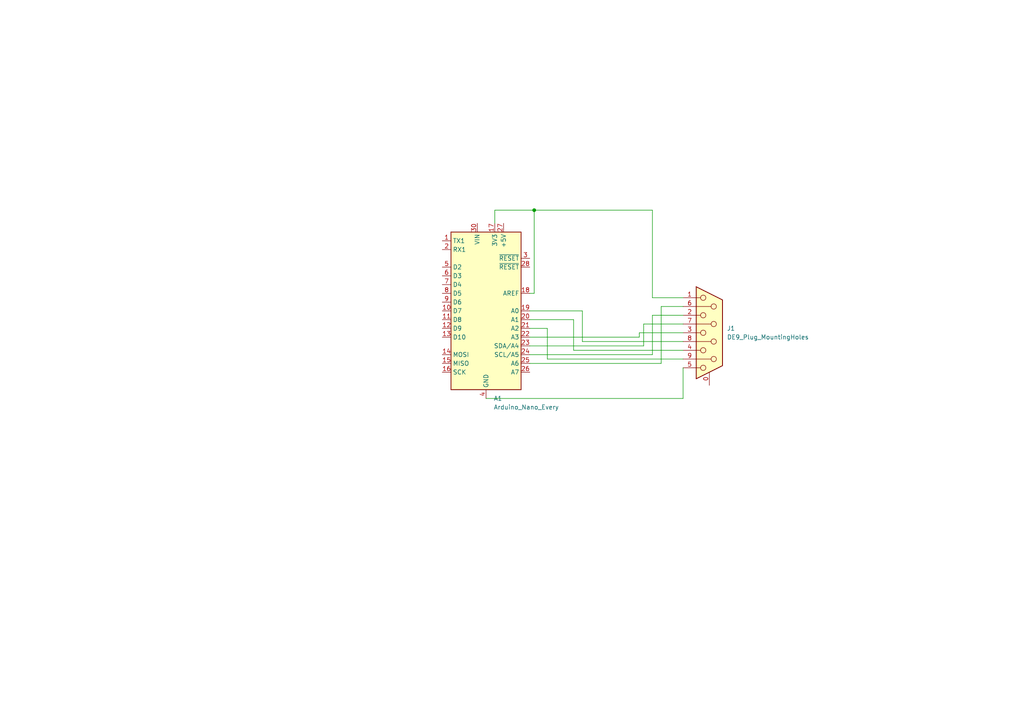
<source format=kicad_sch>
(kicad_sch (version 20231120) (generator "eeschema") (generator_version "8.0")
  (paper "A4")
  (lib_symbols
    (symbol "Connector:DE9_Receptacle_MountingHoles" (pin_names (offset 1.016) hide)
      (property "Reference" "J" (at 0 16.51 0))
      (property "Value" "DE9_Receptacle_MountingHoles" (at 0 14.605 0))
      (symbol "DE9_Receptacle_MountingHoles_0_1"
        (circle (center -1.778 -10.16) (radius 0.762))
        (circle (center -1.778 -5.08) (radius 0.762))
        (circle (center -1.778 0) (radius 0.762))
        (circle (center -1.778 5.08) (radius 0.762))
        (circle (center -1.778 10.16) (radius 0.762))
        (polyline (pts (xy -3.81 -10.16) (xy -2.54 -10.16)))
        (polyline (pts (xy -3.81 -7.62) (xy 0.508 -7.62)))
        (polyline (pts (xy -3.81 -5.08) (xy -2.54 -5.08)))
        (polyline (pts (xy -3.81 -2.54) (xy 0.508 -2.54)))
        (polyline (pts (xy -3.81 0) (xy -2.54 0)))
        (polyline (pts (xy -3.81 2.54) (xy 0.508 2.54)))
        (polyline (pts (xy -3.81 5.08) (xy -2.54 5.08)))
        (polyline (pts (xy -3.81 7.62) (xy 0.508 7.62)))
        (polyline (pts (xy -3.81 10.16) (xy -2.54 10.16)))
        (polyline (pts (xy -3.81 13.335) (xy -3.81 -13.335) (xy 3.81 -9.525) (xy 3.81 9.525) (xy -3.81 13.335)) (stroke (width 0.254)) (fill (type background)))
        (circle (center 1.27 -7.62) (radius 0.762))
        (circle (center 1.27 -2.54) (radius 0.762))
        (circle (center 1.27 2.54) (radius 0.762))
        (circle (center 1.27 7.62) (radius 0.762))
      )
      (symbol "DE9_Receptacle_MountingHoles_1_1"
        (pin passive line (at 0 -15.24 90) (length 3.81) (name "PAD") (number "0"))
        (pin passive line (at -7.62 10.16 0) (length 3.81) (name "1") (number "1"))
        (pin passive line (at -7.62 5.08 0) (length 3.81) (name "2") (number "2"))
        (pin passive line (at -7.62 0 0) (length 3.81) (name "3") (number "3"))
        (pin passive line (at -7.62 -5.08 0) (length 3.81) (name "4") (number "4"))
        (pin passive line (at -7.62 -10.16 0) (length 3.81) (name "5") (number "5"))
        (pin passive line (at -7.62 7.62 0) (length 3.81) (name "6") (number "6"))
        (pin passive line (at -7.62 2.54 0) (length 3.81) (name "7") (number "7"))
        (pin passive line (at -7.62 -2.54 0) (length 3.81) (name "8") (number "8"))
        (pin passive line (at -7.62 -7.62 0) (length 3.81) (name "9") (number "9"))
      )
    )
    (symbol "MCU_Module:Arduino_Nano_Every"
      (property "Reference" "A" (at -10.16 23.495 0))
      (property "Value" "Arduino_Nano_Every" (at 5.08 -24.13 0))
      (symbol "Arduino_Nano_Every_0_1"
        (rectangle (start -10.16 22.86) (end 10.16 -22.86) (stroke (width 0.254)) (fill (type background)))
      )
      (symbol "Arduino_Nano_Every_1_1"
        (pin bidirectional line (at -12.7 20.32 0) (length 2.54) (name "TX1") (number "1"))
        (pin bidirectional line (at -12.7 0 0) (length 2.54) (name "D7") (number "10"))
        (pin bidirectional line (at -12.7 -2.54 0) (length 2.54) (name "D8") (number "11"))
        (pin bidirectional line (at -12.7 -5.08 0) (length 2.54) (name "D9") (number "12"))
        (pin bidirectional line (at -12.7 -7.62 0) (length 2.54) (name "D10") (number "13"))
        (pin bidirectional line (at -12.7 -12.7 0) (length 2.54) (name "MOSI") (number "14"))
        (pin bidirectional line (at -12.7 -15.24 0) (length 2.54) (name "MISO") (number "15"))
        (pin bidirectional line (at -12.7 -17.78 0) (length 2.54) (name "SCK") (number "16"))
        (pin power_out line (at 2.54 25.4 270) (length 2.54) (name "3V3") (number "17"))
        (pin input line (at 12.7 5.08 180) (length 2.54) (name "AREF") (number "18"))
        (pin bidirectional line (at 12.7 0 180) (length 2.54) (name "A0") (number "19"))
        (pin bidirectional line (at -12.7 17.78 0) (length 2.54) (name "RX1") (number "2"))
        (pin bidirectional line (at 12.7 -2.54 180) (length 2.54) (name "A1") (number "20"))
        (pin bidirectional line (at 12.7 -5.08 180) (length 2.54) (name "A2") (number "21"))
        (pin bidirectional line (at 12.7 -7.62 180) (length 2.54) (name "A3") (number "22"))
        (pin bidirectional line (at 12.7 -10.16 180) (length 2.54) (name "SDA/A4") (number "23"))
        (pin bidirectional line (at 12.7 -12.7 180) (length 2.54) (name "SCL/A5") (number "24"))
        (pin bidirectional line (at 12.7 -15.24 180) (length 2.54) (name "A6") (number "25"))
        (pin bidirectional line (at 12.7 -17.78 180) (length 2.54) (name "A7") (number "26"))
        (pin power_out line (at 5.08 25.4 270) (length 2.54) (name "+5V") (number "27"))
        (pin input line (at 12.7 12.7 180) (length 2.54) (name "~{RESET}") (number "28"))
        (pin passive line (at 0 -25.4 90) (length 2.54) hide (name "GND") (number "29"))
        (pin input line (at 12.7 15.24 180) (length 2.54) (name "~{RESET}") (number "3"))
        (pin power_in line (at -2.54 25.4 270) (length 2.54) (name "VIN") (number "30"))
        (pin power_in line (at 0 -25.4 90) (length 2.54) (name "GND") (number "4"))
        (pin bidirectional line (at -12.7 12.7 0) (length 2.54) (name "D2") (number "5"))
        (pin bidirectional line (at -12.7 10.16 0) (length 2.54) (name "D3") (number "6"))
        (pin bidirectional line (at -12.7 7.62 0) (length 2.54) (name "D4") (number "7"))
        (pin bidirectional line (at -12.7 5.08 0) (length 2.54) (name "D5") (number "8"))
        (pin bidirectional line (at -12.7 2.54 0) (length 2.54) (name "D6") (number "9"))
      )
    )
  )
  (junction (at 154.94 60.96))
  (wire (pts (xy 185.42 97.79) (xy 153.67 97.79)))
  (wire (pts (xy 189.23 60.96) (xy 154.94 60.96)))
  (wire (pts (xy 191.77 88.9) (xy 191.77 105.41)))
  (wire (pts (xy 198.12 99.06) (xy 168.91 99.06)))
  (wire (pts (xy 198.12 91.44) (xy 189.23 91.44)))
  (wire (pts (xy 168.91 90.17) (xy 168.91 99.06)))
  (wire (pts (xy 198.12 96.52) (xy 185.42 96.52)))
  (wire (pts (xy 143.51 60.96) (xy 154.94 60.96)))
  (wire (pts (xy 198.12 88.9) (xy 191.77 88.9)))
  (wire (pts (xy 189.23 91.44) (xy 189.23 102.87)))
  (wire (pts (xy 198.12 104.14) (xy 158.75 104.14)))
  (wire (pts (xy 154.94 60.96) (xy 154.94 85.09)))
  (wire (pts (xy 198.12 93.98) (xy 186.69 93.98)))
  (wire (pts (xy 191.77 105.41) (xy 153.67 105.41)))
  (wire (pts (xy 189.23 60.96) (xy 189.23 86.36)))
  (wire (pts (xy 166.37 101.6) (xy 166.37 92.71)))
  (wire (pts (xy 198.12 115.57) (xy 198.12 106.68)))
  (wire (pts (xy 153.67 90.17) (xy 168.91 90.17)))
  (wire (pts (xy 198.12 101.6) (xy 166.37 101.6)))
  (wire (pts (xy 186.69 100.33) (xy 153.67 100.33)))
  (wire (pts (xy 189.23 86.36) (xy 198.12 86.36)))
  (wire (pts (xy 166.37 92.71) (xy 153.67 92.71)))
  (wire (pts (xy 143.51 60.96) (xy 143.51 64.77)))
  (wire (pts (xy 158.75 104.14) (xy 158.75 95.25)))
  (wire (pts (xy 140.97 115.57) (xy 198.12 115.57)))
  (wire (pts (xy 186.69 93.98) (xy 186.69 100.33)))
  (wire (pts (xy 158.75 95.25) (xy 153.67 95.25)))
  (wire (pts (xy 154.94 85.09) (xy 153.67 85.09)))
  (wire (pts (xy 185.42 96.52) (xy 185.42 97.79)))
  (wire (pts (xy 189.23 102.87) (xy 153.67 102.87)))
  (symbol (lib_id "MCU_Module:Arduino_Nano_Every") (at 140.97 90.17 0) (unit 1)
    (property "Reference" "A1" (at 143.1641 115.57 0) (effects (justify left)))
    (property "Value" "Arduino_Nano_Every" (at 143.1641 118.11 0) (effects (justify left)))
    (property "Footprint" "Module:Arduino_Nano" (effects (hide yes)))
    (property "Datasheet" "https://content.arduino.cc/assets/NANOEveryV3.0_sch.pdf" (effects (hide yes)))
    (property "Description" "Arduino Nano Every" (effects (hide yes)))
  )
  (symbol (lib_id "Connector:DE9_Receptacle_MountingHoles") (at 205.74 96.52 0) (unit 1)
    (property "Reference" "J1" (at 210.82 95.2499 0) (effects (justify left)))
    (property "Value" "DE9_Plug_MountingHoles" (at 210.82 97.7899 0) (effects (justify left)))
    (property "Footprint" "Connector_Dsub:DSUB-9_Male_Horizontal_P2.77x2.84mm_EdgePinOffset7.70mm_Housed_MountingHolesOffset9.12mm" (effects (hide yes)))
    (property "Description" "9-pin female receptacle socket D-SUB connector, Mounting Hole" (effects (hide yes)))
  )
)
</source>
